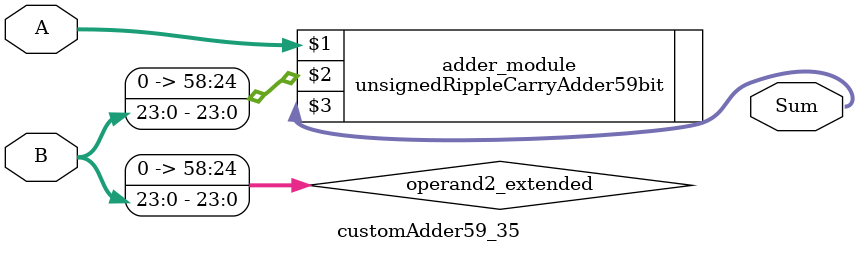
<source format=v>
module customAdder59_35(
                        input [58 : 0] A,
                        input [23 : 0] B,
                        
                        output [59 : 0] Sum
                );

        wire [58 : 0] operand2_extended;
        
        assign operand2_extended =  {35'b0, B};
        
        unsignedRippleCarryAdder59bit adder_module(
            A,
            operand2_extended,
            Sum
        );
        
        endmodule
        
</source>
